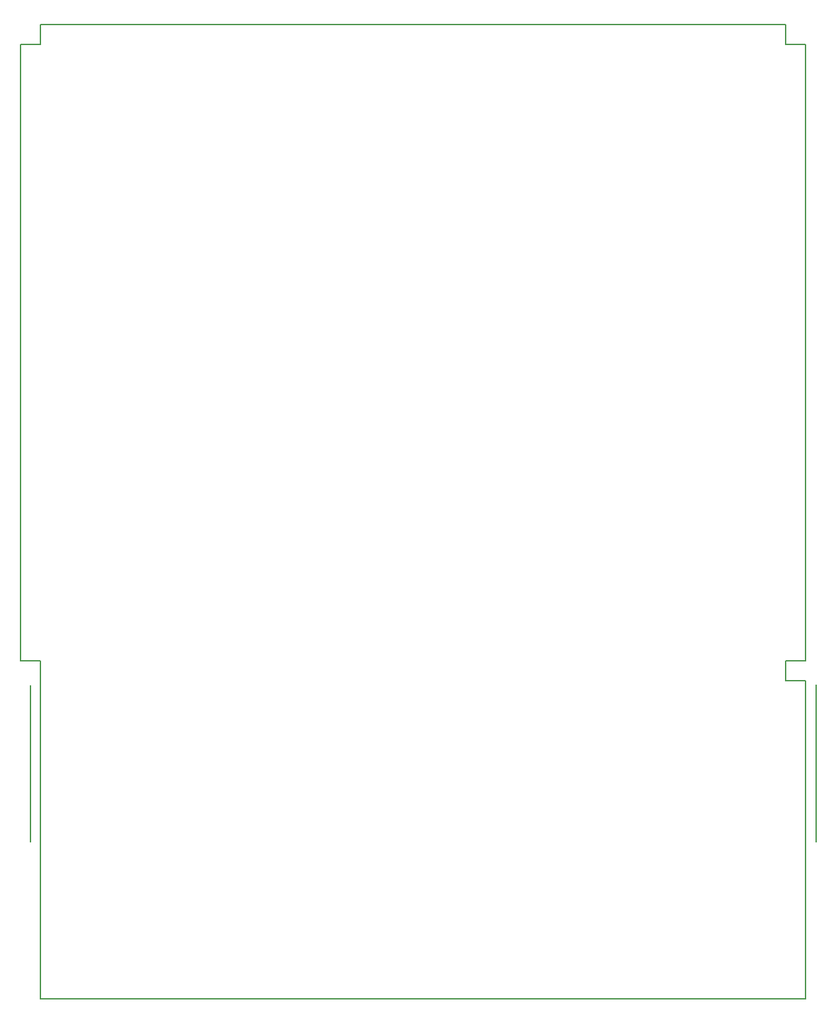
<source format=gbr>
G04 #@! TF.GenerationSoftware,KiCad,Pcbnew,(5.1.5)-3*
G04 #@! TF.CreationDate,2020-07-08T08:03:09+02:00*
G04 #@! TF.ProjectId,SBIO3,5342494f-332e-46b6-9963-61645f706362,rev?*
G04 #@! TF.SameCoordinates,Original*
G04 #@! TF.FileFunction,Other,User*
%FSLAX46Y46*%
G04 Gerber Fmt 4.6, Leading zero omitted, Abs format (unit mm)*
G04 Created by KiCad (PCBNEW (5.1.5)-3) date 2020-07-08 08:03:09*
%MOMM*%
%LPD*%
G04 APERTURE LIST*
%ADD10C,0.150000*%
G04 APERTURE END LIST*
D10*
X75566000Y-132015000D02*
X75565000Y-131445000D01*
X173355000Y-131445000D02*
X170815000Y-131445000D01*
X173355000Y-131953000D02*
X173355000Y-131445000D01*
X174688500Y-131953000D02*
X174688500Y-151955500D01*
X74295000Y-132016500D02*
X74295000Y-152019000D01*
X170815000Y-131445000D02*
X170815000Y-128905000D01*
X75565000Y-128905000D02*
X75565000Y-131445000D01*
X73025000Y-128905000D02*
X75565000Y-128905000D01*
X73025000Y-55880000D02*
X73025000Y-128905000D01*
X73025000Y-50165000D02*
X73025000Y-55880000D01*
X75565000Y-50165000D02*
X73025000Y-50165000D01*
X75565000Y-47625000D02*
X75565000Y-50165000D01*
X144145000Y-47625000D02*
X75565000Y-47625000D01*
X170815000Y-47625000D02*
X144145000Y-47625000D01*
X170815000Y-50165000D02*
X170815000Y-47625000D01*
X173355000Y-50165000D02*
X170815000Y-50165000D01*
X173355000Y-128905000D02*
X173355000Y-50165000D01*
X170815000Y-128905000D02*
X173355000Y-128905000D01*
X173355000Y-131953000D02*
X173355000Y-172085000D01*
X75566000Y-172020000D02*
X173355000Y-172085000D01*
X75566000Y-132015000D02*
X75566000Y-172020000D01*
M02*

</source>
